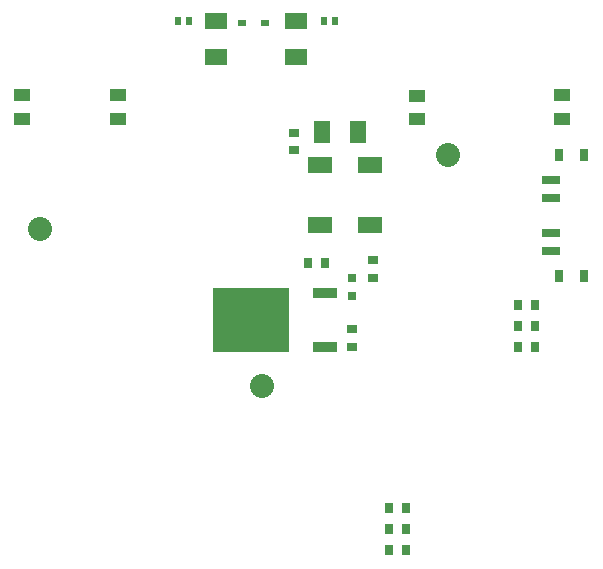
<source format=gtp>
G04*
G04 #@! TF.GenerationSoftware,Altium Limited,Altium Designer,24.1.2 (44)*
G04*
G04 Layer_Color=8421504*
%FSLAX25Y25*%
%MOIN*%
G70*
G04*
G04 #@! TF.SameCoordinates,3E25AAAC-FE6F-4FE5-8934-E69CDF353235*
G04*
G04*
G04 #@! TF.FilePolarity,Positive*
G04*
G01*
G75*
%ADD15R,0.08268X0.03740*%
%ADD16R,0.25591X0.21654*%
%ADD17R,0.07284X0.05315*%
%ADD18R,0.07874X0.05512*%
%ADD19R,0.03150X0.03150*%
%ADD20R,0.03150X0.03937*%
%ADD21R,0.05906X0.02756*%
%ADD22C,0.08000*%
%ADD23R,0.03150X0.01968*%
%ADD24R,0.05400X0.04000*%
%ADD25R,0.03598X0.03000*%
%ADD26R,0.03000X0.03598*%
%ADD27R,0.01850X0.02520*%
%ADD28R,0.05315X0.07284*%
D15*
X109000Y91747D02*
D03*
Y109700D02*
D03*
D16*
X84197Y100724D02*
D03*
D17*
X72384Y188244D02*
D03*
Y200252D02*
D03*
X99156Y188244D02*
D03*
Y200252D02*
D03*
D18*
X107277Y132400D02*
D03*
Y152400D02*
D03*
X123812D02*
D03*
Y132400D02*
D03*
D19*
X118000Y114653D02*
D03*
Y108747D02*
D03*
D20*
X195134Y155818D02*
D03*
Y115267D02*
D03*
X186866Y155818D02*
D03*
Y115267D02*
D03*
D21*
X184110Y147353D02*
D03*
Y141448D02*
D03*
Y129637D02*
D03*
Y123732D02*
D03*
D22*
X88000Y78700D02*
D03*
X14000Y131000D02*
D03*
X150000Y155700D02*
D03*
D23*
X88920Y199760D02*
D03*
X81046D02*
D03*
D24*
X8000Y175660D02*
D03*
Y167740D02*
D03*
X139600Y167591D02*
D03*
Y175511D02*
D03*
X188000Y175660D02*
D03*
Y167740D02*
D03*
X39749Y167785D02*
D03*
Y175705D02*
D03*
D25*
X125000Y114800D02*
D03*
Y120600D02*
D03*
X98369Y157296D02*
D03*
Y163096D02*
D03*
X118000Y91800D02*
D03*
Y97600D02*
D03*
D26*
X178900Y98700D02*
D03*
X173100D02*
D03*
X178900Y91700D02*
D03*
X173100D02*
D03*
X136000Y38000D02*
D03*
X130200D02*
D03*
X108900Y119700D02*
D03*
X103100D02*
D03*
X135900Y31000D02*
D03*
X130100D02*
D03*
X178900Y105700D02*
D03*
X173100D02*
D03*
X135900Y24000D02*
D03*
X130100D02*
D03*
D27*
X59939Y200200D02*
D03*
X63550D02*
D03*
X108640D02*
D03*
X112250D02*
D03*
D28*
X107719Y163346D02*
D03*
X119727D02*
D03*
M02*

</source>
